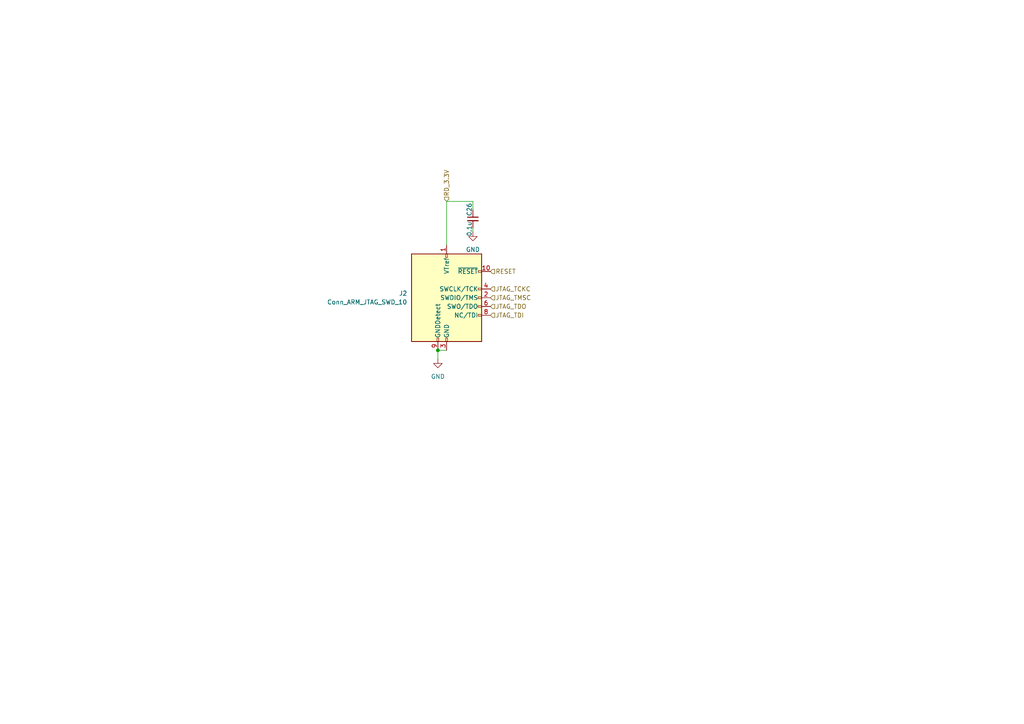
<source format=kicad_sch>
(kicad_sch (version 20250114) (generator "eeschema") (generator_version "9.0")
  (paper "A4")
  (lib_symbols
    (symbol "Connector:Conn_ARM_JTAG_SWD_10" (pin_names (offset 1.016))
      (property "Reference" "J" (at -2.54 16.51 0))
      (property "Value" "Conn_ARM_JTAG_SWD_10" (at -2.54 13.97 0))
      (symbol "Conn_ARM_JTAG_SWD_10_0_1"
        (rectangle (start -10.16 12.7) (end 10.16 -12.7) (stroke (width 0.254)) (fill (type background)))
        (rectangle (start -2.794 -12.7) (end -2.286 -11.684))
        (rectangle (start -0.254 12.7) (end 0.254 11.684))
        (rectangle (start -0.254 -12.7) (end 0.254 -11.684))
        (rectangle (start 9.144 2.286) (end 10.16 2.794))
        (rectangle (start 10.16 7.874) (end 9.144 7.366))
        (rectangle (start 10.16 -0.254) (end 9.144 0.254))
        (rectangle (start 10.16 -2.794) (end 9.144 -2.286))
      )
      (symbol "Conn_ARM_JTAG_SWD_10_1_1"
        (rectangle (start 9.144 -5.334) (end 10.16 -4.826))
        (pin no_connect line (at -10.16 0 0) (length 2.54) (hide yes) (name "KEY") (number "7"))
        (pin passive line (at -2.54 -15.24 90) (length 2.54) (name "GNDDetect") (number "9"))
        (pin power_in line (at 0 15.24 270) (length 2.54) (name "VTref") (number "1"))
        (pin power_in line (at 0 -15.24 90) (length 2.54) (name "GND") (number "3"))
        (pin passive line (at 0 -15.24 90) (length 2.54) (hide yes) (name "GND") (number "5"))
        (pin open_collector line (at 12.7 7.62 180) (length 2.54) (name "~{RESET}") (number "10"))
        (pin output line (at 12.7 2.54 180) (length 2.54) (name "SWCLK/TCK") (number "4"))
        (pin bidirectional line (at 12.7 0 180) (length 2.54) (name "SWDIO/TMS") (number "2"))
        (pin input line (at 12.7 -2.54 180) (length 2.54) (name "SWO/TDO") (number "6"))
        (pin output line (at 12.7 -5.08 180) (length 2.54) (name "NC/TDI") (number "8"))
      )
    )
    (symbol "Device:C_Small" (pin_numbers (hide yes)) (pin_names (offset 0.254) (hide yes))
      (property "Reference" "C" (at 0.254 1.778 0))
      (property "Value" "C_Small" (at 0.254 -2.032 0))
      (symbol "C_Small_0_1"
        (polyline (pts (xy -1.524 0.508) (xy 1.524 0.508)) (stroke (width 0.3048)))
        (polyline (pts (xy -1.524 -0.508) (xy 1.524 -0.508)) (stroke (width 0.3302)))
      )
      (symbol "C_Small_1_1"
        (pin passive line (at 0 2.54 270) (length 2.032) (name "~") (number "1"))
        (pin passive line (at 0 -2.54 90) (length 2.032) (name "~") (number "2"))
      )
    )
    (symbol "power:GND" (power) (pin_numbers (hide yes)) (pin_names (offset 0) (hide yes))
      (property "Value" "GND" (at 0 -3.81 0))
      (symbol "GND_0_1"
        (polyline (pts (xy 0 0) (xy 0 -1.27) (xy 1.27 -1.27) (xy 0 -2.54) (xy -1.27 -1.27) (xy 0 -1.27)))
      )
      (symbol "GND_1_1"
        (pin power_in line (at 0 0 270) (length 0) (name "~") (number "1"))
      )
    )
  )
  (junction (at 127 101.6))
  (wire (pts (xy 129.54 58.42) (xy 137.16 58.42)))
  (wire (pts (xy 129.54 58.42) (xy 129.54 71.12)))
  (wire (pts (xy 137.16 58.42) (xy 137.16 60.96)))
  (wire (pts (xy 137.16 67.31) (xy 137.16 66.04)))
  (wire (pts (xy 127 101.6) (xy 129.54 101.6)))
  (wire (pts (xy 127 101.6) (xy 127 104.14)))
  (hierarchical_label "JTAG_TDO" (shape input) (at 142.24 88.9 0))
  (hierarchical_label "JTAG_TDI" (shape input) (at 142.24 91.44 0))
  (hierarchical_label "RD_3.3V" (shape input) (at 129.54 58.42 90))
  (hierarchical_label "JTAG_TMSC" (shape input) (at 142.24 86.36 0))
  (hierarchical_label "RESET" (shape input) (at 142.24 78.74 0))
  (hierarchical_label "JTAG_TCKC" (shape input) (at 142.24 83.82 0))
  (symbol (lib_id "power:GND") (at 137.16 67.31 0) (unit 1)
    (property "Reference" "#PWR024" (effects (hide yes)))
    (property "Value" "GND" (at 137.16 72.39 0))
    (property "Description" "Power symbol creates a global label with name \"GND\" , ground" (effects (hide yes)))
  )
  (symbol (lib_id "Connector:Conn_ARM_JTAG_SWD_10") (at 129.54 86.36 0) (unit 1)
    (property "Reference" "J2" (at 118.11 85.0899 0) (effects (justify right)))
    (property "Value" "Conn_ARM_JTAG_SWD_10" (at 118.11 87.6299 0) (effects (justify right)))
    (property "Footprint" "Connector_PinHeader_1.27mm:PinHeader_2x05_P1.27mm_Vertical_SMD" (effects (hide yes)))
    (property "Datasheet" "http://infocenter.arm.com/help/topic/com.arm.doc.ddi0314h/DDI0314H_coresight_components_trm.pdf" (effects (hide yes)))
    (property "Description" "Cortex Debug Connector, standard ARM Cortex-M SWD and JTAG interface" (effects (hide yes)))
  )
  (symbol (lib_id "power:GND") (at 127 104.14 0) (unit 1)
    (property "Reference" "#PWR023" (effects (hide yes)))
    (property "Value" "GND" (at 127 109.22 0))
    (property "Description" "Power symbol creates a global label with name \"GND\" , ground" (effects (hide yes)))
  )
  (symbol (lib_id "Device:C_Small") (at 137.16 63.5 0) (unit 1)
    (property "Reference" "C26" (at 136.144 62.738 90) (effects (justify left)))
    (property "Value" "0.1u" (at 136.144 68.58 90) (effects (justify left)))
    (property "Footprint" "Capacitor_SMD:C_0402_1005Metric" (effects (hide yes)))
    (property "Description" "Unpolarized capacitor, small symbol" (effects (hide yes)))
  )
)
</source>
